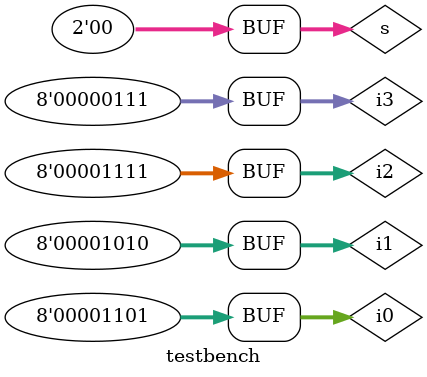
<source format=v>
`include "mux.v"
`include "demux.v"

module testbench();
    
    reg [7:0]i0,i1,i2,i3;
    wire [7:0]y;
    reg [1:0]s;
    wire [7:0]a0,a1,a2,a3;

    mux dut(
            .i0(i0),
            .i1(i1),
            .i2(i2),
            .i3(i3),
            .s(s),
            .y(y)
            );

    demux rtl(
            .y(y),
            .s(s),
            .i0(a0),
            .i1(a1),
            .i2(a2),
            .i3(a3)
            );
    initial begin 
    i0=10; i1=12; i2=15; i3=8; s=2; #10;
    i0=11; i1=14; i2=13; i3=10; s=1; #10;
    i0=12; i1=12; i2=14; i3=5; s=3; #10;
    i0=13; i1=10; i2=15; i3=7; s=4; #10;
    end
    initial $monitor("i0=%o i1=%o i2=%o i3=%o s1=%o s0=%o y=%o a0=%o a1=%o a2=%o a3=%o",i0,i1,i2,i3,s[1],s[0],y,a0,a1,a2,a3);
endmodule

</source>
